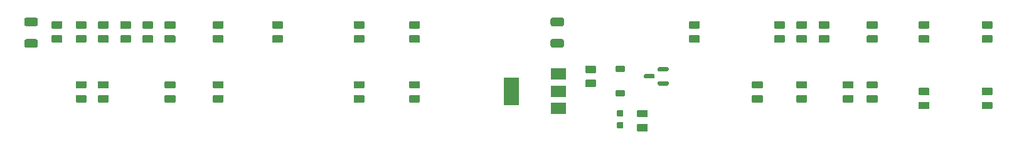
<source format=gtp>
G04 #@! TF.GenerationSoftware,KiCad,Pcbnew,7.0.11-7.0.11~ubuntu22.04.1*
G04 #@! TF.CreationDate,2024-03-13T00:30:15+00:00*
G04 #@! TF.ProjectId,uaefi-adapter-NA-90-95,75616566-692d-4616-9461-707465722d4e,rev?*
G04 #@! TF.SameCoordinates,Original*
G04 #@! TF.FileFunction,Paste,Top*
G04 #@! TF.FilePolarity,Positive*
%FSLAX46Y46*%
G04 Gerber Fmt 4.6, Leading zero omitted, Abs format (unit mm)*
G04 Created by KiCad (PCBNEW 7.0.11-7.0.11~ubuntu22.04.1) date 2024-03-13 00:30:15*
%MOMM*%
%LPD*%
G01*
G04 APERTURE LIST*
%ADD10R,2.000000X1.500000*%
%ADD11R,2.000000X3.800000*%
G04 APERTURE END LIST*
G04 #@! TO.C,R17*
G36*
G01*
X31375000Y126049999D02*
X30125000Y126049999D01*
G75*
G02*
X30025000Y126149999I0J100000D01*
G01*
X30025000Y126949999D01*
G75*
G02*
X30125000Y127049999I100000J0D01*
G01*
X31375000Y127049999D01*
G75*
G02*
X31475000Y126949999I0J-100000D01*
G01*
X31475000Y126149999D01*
G75*
G02*
X31375000Y126049999I-100000J0D01*
G01*
G37*
G36*
G01*
X31375000Y127950021D02*
X30125000Y127950021D01*
G75*
G02*
X30025000Y128050021I0J100000D01*
G01*
X30025000Y128850021D01*
G75*
G02*
X30125000Y128950021I100000J0D01*
G01*
X31375000Y128950021D01*
G75*
G02*
X31475000Y128850021I0J-100000D01*
G01*
X31475000Y128050021D01*
G75*
G02*
X31375000Y127950021I-100000J0D01*
G01*
G37*
G04 #@! TD*
G04 #@! TO.C,R15*
G36*
G01*
X25375000Y126049999D02*
X24125000Y126049999D01*
G75*
G02*
X24025000Y126149999I0J100000D01*
G01*
X24025000Y126949999D01*
G75*
G02*
X24125000Y127049999I100000J0D01*
G01*
X25375000Y127049999D01*
G75*
G02*
X25475000Y126949999I0J-100000D01*
G01*
X25475000Y126149999D01*
G75*
G02*
X25375000Y126049999I-100000J0D01*
G01*
G37*
G36*
G01*
X25375000Y127950021D02*
X24125000Y127950021D01*
G75*
G02*
X24025000Y128050021I0J100000D01*
G01*
X24025000Y128850021D01*
G75*
G02*
X24125000Y128950021I100000J0D01*
G01*
X25375000Y128950021D01*
G75*
G02*
X25475000Y128850021I0J-100000D01*
G01*
X25475000Y128050021D01*
G75*
G02*
X25375000Y127950021I-100000J0D01*
G01*
G37*
G04 #@! TD*
G04 #@! TO.C,R58*
G36*
G01*
X119625000Y126049999D02*
X118375000Y126049999D01*
G75*
G02*
X118275000Y126149999I0J100000D01*
G01*
X118275000Y126949999D01*
G75*
G02*
X118375000Y127049999I100000J0D01*
G01*
X119625000Y127049999D01*
G75*
G02*
X119725000Y126949999I0J-100000D01*
G01*
X119725000Y126149999D01*
G75*
G02*
X119625000Y126049999I-100000J0D01*
G01*
G37*
G36*
G01*
X119625000Y127950021D02*
X118375000Y127950021D01*
G75*
G02*
X118275000Y128050021I0J100000D01*
G01*
X118275000Y128850021D01*
G75*
G02*
X118375000Y128950021I100000J0D01*
G01*
X119625000Y128950021D01*
G75*
G02*
X119725000Y128850021I0J-100000D01*
G01*
X119725000Y128050021D01*
G75*
G02*
X119625000Y127950021I-100000J0D01*
G01*
G37*
G04 #@! TD*
G04 #@! TO.C,R57*
G36*
G01*
X116625000Y126049999D02*
X115375000Y126049999D01*
G75*
G02*
X115275000Y126149999I0J100000D01*
G01*
X115275000Y126949999D01*
G75*
G02*
X115375000Y127049999I100000J0D01*
G01*
X116625000Y127049999D01*
G75*
G02*
X116725000Y126949999I0J-100000D01*
G01*
X116725000Y126149999D01*
G75*
G02*
X116625000Y126049999I-100000J0D01*
G01*
G37*
G36*
G01*
X116625000Y127950021D02*
X115375000Y127950021D01*
G75*
G02*
X115275000Y128050021I0J100000D01*
G01*
X115275000Y128850021D01*
G75*
G02*
X115375000Y128950021I100000J0D01*
G01*
X116625000Y128950021D01*
G75*
G02*
X116725000Y128850021I0J-100000D01*
G01*
X116725000Y128050021D01*
G75*
G02*
X116625000Y127950021I-100000J0D01*
G01*
G37*
G04 #@! TD*
G04 #@! TO.C,R22*
G36*
G01*
X48875000Y126049999D02*
X47625000Y126049999D01*
G75*
G02*
X47525000Y126149999I0J100000D01*
G01*
X47525000Y126949999D01*
G75*
G02*
X47625000Y127049999I100000J0D01*
G01*
X48875000Y127049999D01*
G75*
G02*
X48975000Y126949999I0J-100000D01*
G01*
X48975000Y126149999D01*
G75*
G02*
X48875000Y126049999I-100000J0D01*
G01*
G37*
G36*
G01*
X48875000Y127950021D02*
X47625000Y127950021D01*
G75*
G02*
X47525000Y128050021I0J100000D01*
G01*
X47525000Y128850021D01*
G75*
G02*
X47625000Y128950021I100000J0D01*
G01*
X48875000Y128950021D01*
G75*
G02*
X48975000Y128850021I0J-100000D01*
G01*
X48975000Y128050021D01*
G75*
G02*
X48875000Y127950021I-100000J0D01*
G01*
G37*
G04 #@! TD*
G04 #@! TO.C,R46*
G36*
G01*
X125875000Y117954999D02*
X124625000Y117954999D01*
G75*
G02*
X124525000Y118054999I0J100000D01*
G01*
X124525000Y118854999D01*
G75*
G02*
X124625000Y118954999I100000J0D01*
G01*
X125875000Y118954999D01*
G75*
G02*
X125975000Y118854999I0J-100000D01*
G01*
X125975000Y118054999D01*
G75*
G02*
X125875000Y117954999I-100000J0D01*
G01*
G37*
G36*
G01*
X125875000Y119855021D02*
X124625000Y119855021D01*
G75*
G02*
X124525000Y119955021I0J100000D01*
G01*
X124525000Y120755021D01*
G75*
G02*
X124625000Y120855021I100000J0D01*
G01*
X125875000Y120855021D01*
G75*
G02*
X125975000Y120755021I0J-100000D01*
G01*
X125975000Y119955021D01*
G75*
G02*
X125875000Y119855021I-100000J0D01*
G01*
G37*
G04 #@! TD*
G04 #@! TO.C,R9*
G36*
G01*
X40875000Y117954999D02*
X39625000Y117954999D01*
G75*
G02*
X39525000Y118054999I0J100000D01*
G01*
X39525000Y118854999D01*
G75*
G02*
X39625000Y118954999I100000J0D01*
G01*
X40875000Y118954999D01*
G75*
G02*
X40975000Y118854999I0J-100000D01*
G01*
X40975000Y118054999D01*
G75*
G02*
X40875000Y117954999I-100000J0D01*
G01*
G37*
G36*
G01*
X40875000Y119855021D02*
X39625000Y119855021D01*
G75*
G02*
X39525000Y119955021I0J100000D01*
G01*
X39525000Y120755021D01*
G75*
G02*
X39625000Y120855021I100000J0D01*
G01*
X40875000Y120855021D01*
G75*
G02*
X40975000Y120755021I0J-100000D01*
G01*
X40975000Y119955021D01*
G75*
G02*
X40875000Y119855021I-100000J0D01*
G01*
G37*
G04 #@! TD*
G04 #@! TO.C,R49_51*
G36*
G01*
X136125000Y117049999D02*
X134875000Y117049999D01*
G75*
G02*
X134775000Y117149999I0J100000D01*
G01*
X134775000Y117949999D01*
G75*
G02*
X134875000Y118049999I100000J0D01*
G01*
X136125000Y118049999D01*
G75*
G02*
X136225000Y117949999I0J-100000D01*
G01*
X136225000Y117149999D01*
G75*
G02*
X136125000Y117049999I-100000J0D01*
G01*
G37*
G36*
G01*
X136125000Y118950021D02*
X134875000Y118950021D01*
G75*
G02*
X134775000Y119050021I0J100000D01*
G01*
X134775000Y119850021D01*
G75*
G02*
X134875000Y119950021I100000J0D01*
G01*
X136125000Y119950021D01*
G75*
G02*
X136225000Y119850021I0J-100000D01*
G01*
X136225000Y119050021D01*
G75*
G02*
X136125000Y118950021I-100000J0D01*
G01*
G37*
G04 #@! TD*
G04 #@! TO.C,R3*
G36*
G01*
X22375000Y117954999D02*
X21125000Y117954999D01*
G75*
G02*
X21025000Y118054999I0J100000D01*
G01*
X21025000Y118854999D01*
G75*
G02*
X21125000Y118954999I100000J0D01*
G01*
X22375000Y118954999D01*
G75*
G02*
X22475000Y118854999I0J-100000D01*
G01*
X22475000Y118054999D01*
G75*
G02*
X22375000Y117954999I-100000J0D01*
G01*
G37*
G36*
G01*
X22375000Y119855021D02*
X21125000Y119855021D01*
G75*
G02*
X21025000Y119955021I0J100000D01*
G01*
X21025000Y120755021D01*
G75*
G02*
X21125000Y120855021I100000J0D01*
G01*
X22375000Y120855021D01*
G75*
G02*
X22475000Y120755021I0J-100000D01*
G01*
X22475000Y119955021D01*
G75*
G02*
X22375000Y119855021I-100000J0D01*
G01*
G37*
G04 #@! TD*
G04 #@! TO.C,R18*
G36*
G01*
X34375000Y126049999D02*
X33125000Y126049999D01*
G75*
G02*
X33025000Y126149999I0J100000D01*
G01*
X33025000Y126949999D01*
G75*
G02*
X33125000Y127049999I100000J0D01*
G01*
X34375000Y127049999D01*
G75*
G02*
X34475000Y126949999I0J-100000D01*
G01*
X34475000Y126149999D01*
G75*
G02*
X34375000Y126049999I-100000J0D01*
G01*
G37*
G36*
G01*
X34375000Y127950021D02*
X33125000Y127950021D01*
G75*
G02*
X33025000Y128050021I0J100000D01*
G01*
X33025000Y128850021D01*
G75*
G02*
X33125000Y128950021I100000J0D01*
G01*
X34375000Y128950021D01*
G75*
G02*
X34475000Y128850021I0J-100000D01*
G01*
X34475000Y128050021D01*
G75*
G02*
X34375000Y127950021I-100000J0D01*
G01*
G37*
G04 #@! TD*
G04 #@! TO.C,R20*
G36*
G01*
X40875000Y126049999D02*
X39625000Y126049999D01*
G75*
G02*
X39525000Y126149999I0J100000D01*
G01*
X39525000Y126949999D01*
G75*
G02*
X39625000Y127049999I100000J0D01*
G01*
X40875000Y127049999D01*
G75*
G02*
X40975000Y126949999I0J-100000D01*
G01*
X40975000Y126149999D01*
G75*
G02*
X40875000Y126049999I-100000J0D01*
G01*
G37*
G36*
G01*
X40875000Y127950021D02*
X39625000Y127950021D01*
G75*
G02*
X39525000Y128050021I0J100000D01*
G01*
X39525000Y128850021D01*
G75*
G02*
X39625000Y128950021I100000J0D01*
G01*
X40875000Y128950021D01*
G75*
G02*
X40975000Y128850021I0J-100000D01*
G01*
X40975000Y128050021D01*
G75*
G02*
X40875000Y127950021I-100000J0D01*
G01*
G37*
G04 #@! TD*
G04 #@! TO.C,D1*
G36*
G01*
X93990000Y122950000D02*
X95010000Y122950000D01*
G75*
G02*
X95100000Y122860000I0J-90000D01*
G01*
X95100000Y122140000D01*
G75*
G02*
X95010000Y122050000I-90000J0D01*
G01*
X93990000Y122050000D01*
G75*
G02*
X93900000Y122140000I0J90000D01*
G01*
X93900000Y122860000D01*
G75*
G02*
X93990000Y122950000I90000J0D01*
G01*
G37*
G36*
G01*
X93990000Y119650000D02*
X95010000Y119650000D01*
G75*
G02*
X95100000Y119560000I0J-90000D01*
G01*
X95100000Y118840000D01*
G75*
G02*
X95010000Y118750000I-90000J0D01*
G01*
X93990000Y118750000D01*
G75*
G02*
X93900000Y118840000I0J90000D01*
G01*
X93900000Y119560000D01*
G75*
G02*
X93990000Y119650000I90000J0D01*
G01*
G37*
G04 #@! TD*
G04 #@! TO.C,R46_61*
G36*
G01*
X122625000Y126049999D02*
X121375000Y126049999D01*
G75*
G02*
X121275000Y126149999I0J100000D01*
G01*
X121275000Y126949999D01*
G75*
G02*
X121375000Y127049999I100000J0D01*
G01*
X122625000Y127049999D01*
G75*
G02*
X122725000Y126949999I0J-100000D01*
G01*
X122725000Y126149999D01*
G75*
G02*
X122625000Y126049999I-100000J0D01*
G01*
G37*
G36*
G01*
X122625000Y127950021D02*
X121375000Y127950021D01*
G75*
G02*
X121275000Y128050021I0J100000D01*
G01*
X121275000Y128850021D01*
G75*
G02*
X121375000Y128950021I100000J0D01*
G01*
X122625000Y128950021D01*
G75*
G02*
X122725000Y128850021I0J-100000D01*
G01*
X122725000Y128050021D01*
G75*
G02*
X122625000Y127950021I-100000J0D01*
G01*
G37*
G04 #@! TD*
G04 #@! TO.C,R45*
G36*
G01*
X119625000Y117954999D02*
X118375000Y117954999D01*
G75*
G02*
X118275000Y118054999I0J100000D01*
G01*
X118275000Y118854999D01*
G75*
G02*
X118375000Y118954999I100000J0D01*
G01*
X119625000Y118954999D01*
G75*
G02*
X119725000Y118854999I0J-100000D01*
G01*
X119725000Y118054999D01*
G75*
G02*
X119625000Y117954999I-100000J0D01*
G01*
G37*
G36*
G01*
X119625000Y119855021D02*
X118375000Y119855021D01*
G75*
G02*
X118275000Y119955021I0J100000D01*
G01*
X118275000Y120755021D01*
G75*
G02*
X118375000Y120855021I100000J0D01*
G01*
X119625000Y120855021D01*
G75*
G02*
X119725000Y120755021I0J-100000D01*
G01*
X119725000Y119955021D01*
G75*
G02*
X119625000Y119855021I-100000J0D01*
G01*
G37*
G04 #@! TD*
G04 #@! TO.C,R51*
G36*
G01*
X144625000Y117049999D02*
X143375000Y117049999D01*
G75*
G02*
X143275000Y117149999I0J100000D01*
G01*
X143275000Y117949999D01*
G75*
G02*
X143375000Y118049999I100000J0D01*
G01*
X144625000Y118049999D01*
G75*
G02*
X144725000Y117949999I0J-100000D01*
G01*
X144725000Y117149999D01*
G75*
G02*
X144625000Y117049999I-100000J0D01*
G01*
G37*
G36*
G01*
X144625000Y118950021D02*
X143375000Y118950021D01*
G75*
G02*
X143275000Y119050021I0J100000D01*
G01*
X143275000Y119850021D01*
G75*
G02*
X143375000Y119950021I100000J0D01*
G01*
X144625000Y119950021D01*
G75*
G02*
X144725000Y119850021I0J-100000D01*
G01*
X144725000Y119050021D01*
G75*
G02*
X144625000Y118950021I-100000J0D01*
G01*
G37*
G04 #@! TD*
G04 #@! TO.C,R43*
G36*
G01*
X113625000Y117954999D02*
X112375000Y117954999D01*
G75*
G02*
X112275000Y118054999I0J100000D01*
G01*
X112275000Y118854999D01*
G75*
G02*
X112375000Y118954999I100000J0D01*
G01*
X113625000Y118954999D01*
G75*
G02*
X113725000Y118854999I0J-100000D01*
G01*
X113725000Y118054999D01*
G75*
G02*
X113625000Y117954999I-100000J0D01*
G01*
G37*
G36*
G01*
X113625000Y119855021D02*
X112375000Y119855021D01*
G75*
G02*
X112275000Y119955021I0J100000D01*
G01*
X112275000Y120755021D01*
G75*
G02*
X112375000Y120855021I100000J0D01*
G01*
X113625000Y120855021D01*
G75*
G02*
X113725000Y120755021I0J-100000D01*
G01*
X113725000Y119955021D01*
G75*
G02*
X113625000Y119855021I-100000J0D01*
G01*
G37*
G04 #@! TD*
G04 #@! TO.C,D2*
G36*
G01*
X101025000Y120700000D02*
X101025000Y120400000D01*
G75*
G02*
X100875000Y120250000I-150000J0D01*
G01*
X99700000Y120250000D01*
G75*
G02*
X99550000Y120400000I0J150000D01*
G01*
X99550000Y120700000D01*
G75*
G02*
X99700000Y120850000I150000J0D01*
G01*
X100875000Y120850000D01*
G75*
G02*
X101025000Y120700000I0J-150000D01*
G01*
G37*
G36*
G01*
X99150000Y121650000D02*
X99150000Y121350000D01*
G75*
G02*
X99000000Y121200000I-150000J0D01*
G01*
X97825000Y121200000D01*
G75*
G02*
X97675000Y121350000I0J150000D01*
G01*
X97675000Y121650000D01*
G75*
G02*
X97825000Y121800000I150000J0D01*
G01*
X99000000Y121800000D01*
G75*
G02*
X99150000Y121650000I0J-150000D01*
G01*
G37*
G36*
G01*
X101025000Y122600000D02*
X101025000Y122300000D01*
G75*
G02*
X100875000Y122150000I-150000J0D01*
G01*
X99700000Y122150000D01*
G75*
G02*
X99550000Y122300000I0J150000D01*
G01*
X99550000Y122600000D01*
G75*
G02*
X99700000Y122750000I150000J0D01*
G01*
X100875000Y122750000D01*
G75*
G02*
X101025000Y122600000I0J-150000D01*
G01*
G37*
G04 #@! TD*
G04 #@! TO.C,R1*
G36*
G01*
X89875000Y122950001D02*
X91125000Y122950001D01*
G75*
G02*
X91225000Y122850001I0J-100000D01*
G01*
X91225000Y122050001D01*
G75*
G02*
X91125000Y121950001I-100000J0D01*
G01*
X89875000Y121950001D01*
G75*
G02*
X89775000Y122050001I0J100000D01*
G01*
X89775000Y122850001D01*
G75*
G02*
X89875000Y122950001I100000J0D01*
G01*
G37*
G36*
G01*
X89875000Y121049979D02*
X91125000Y121049979D01*
G75*
G02*
X91225000Y120949979I0J-100000D01*
G01*
X91225000Y120149979D01*
G75*
G02*
X91125000Y120049979I-100000J0D01*
G01*
X89875000Y120049979D01*
G75*
G02*
X89775000Y120149979I0J100000D01*
G01*
X89775000Y120949979D01*
G75*
G02*
X89875000Y121049979I100000J0D01*
G01*
G37*
G04 #@! TD*
G04 #@! TO.C,R16*
G36*
G01*
X28375000Y126049999D02*
X27125000Y126049999D01*
G75*
G02*
X27025000Y126149999I0J100000D01*
G01*
X27025000Y126949999D01*
G75*
G02*
X27125000Y127049999I100000J0D01*
G01*
X28375000Y127049999D01*
G75*
G02*
X28475000Y126949999I0J-100000D01*
G01*
X28475000Y126149999D01*
G75*
G02*
X28375000Y126049999I-100000J0D01*
G01*
G37*
G36*
G01*
X28375000Y127950021D02*
X27125000Y127950021D01*
G75*
G02*
X27025000Y128050021I0J100000D01*
G01*
X27025000Y128850021D01*
G75*
G02*
X27125000Y128950021I100000J0D01*
G01*
X28375000Y128950021D01*
G75*
G02*
X28475000Y128850021I0J-100000D01*
G01*
X28475000Y128050021D01*
G75*
G02*
X28375000Y127950021I-100000J0D01*
G01*
G37*
G04 #@! TD*
G04 #@! TO.C,R48*
G36*
G01*
X129125000Y117954999D02*
X127875000Y117954999D01*
G75*
G02*
X127775000Y118054999I0J100000D01*
G01*
X127775000Y118854999D01*
G75*
G02*
X127875000Y118954999I100000J0D01*
G01*
X129125000Y118954999D01*
G75*
G02*
X129225000Y118854999I0J-100000D01*
G01*
X129225000Y118054999D01*
G75*
G02*
X129125000Y117954999I-100000J0D01*
G01*
G37*
G36*
G01*
X129125000Y119855021D02*
X127875000Y119855021D01*
G75*
G02*
X127775000Y119955021I0J100000D01*
G01*
X127775000Y120755021D01*
G75*
G02*
X127875000Y120855021I100000J0D01*
G01*
X129125000Y120855021D01*
G75*
G02*
X129225000Y120755021I0J-100000D01*
G01*
X129225000Y119955021D01*
G75*
G02*
X129125000Y119855021I-100000J0D01*
G01*
G37*
G04 #@! TD*
G04 #@! TO.C,C1*
G36*
G01*
X94840000Y114494998D02*
X94160000Y114494998D01*
G75*
G02*
X94075000Y114579998I0J85000D01*
G01*
X94075000Y115259998D01*
G75*
G02*
X94160000Y115344998I85000J0D01*
G01*
X94840000Y115344998D01*
G75*
G02*
X94925000Y115259998I0J-85000D01*
G01*
X94925000Y114579998D01*
G75*
G02*
X94840000Y114494998I-85000J0D01*
G01*
G37*
G36*
G01*
X94840000Y116075000D02*
X94160000Y116075000D01*
G75*
G02*
X94075000Y116160000I0J85000D01*
G01*
X94075000Y116840000D01*
G75*
G02*
X94160000Y116925000I85000J0D01*
G01*
X94840000Y116925000D01*
G75*
G02*
X94925000Y116840000I0J-85000D01*
G01*
X94925000Y116160000D01*
G75*
G02*
X94840000Y116075000I-85000J0D01*
G01*
G37*
G04 #@! TD*
G04 #@! TO.C,R14*
G36*
G01*
X22375000Y126049999D02*
X21125000Y126049999D01*
G75*
G02*
X21025000Y126149999I0J100000D01*
G01*
X21025000Y126949999D01*
G75*
G02*
X21125000Y127049999I100000J0D01*
G01*
X22375000Y127049999D01*
G75*
G02*
X22475000Y126949999I0J-100000D01*
G01*
X22475000Y126149999D01*
G75*
G02*
X22375000Y126049999I-100000J0D01*
G01*
G37*
G36*
G01*
X22375000Y127950021D02*
X21125000Y127950021D01*
G75*
G02*
X21025000Y128050021I0J100000D01*
G01*
X21025000Y128850021D01*
G75*
G02*
X21125000Y128950021I100000J0D01*
G01*
X22375000Y128950021D01*
G75*
G02*
X22475000Y128850021I0J-100000D01*
G01*
X22475000Y128050021D01*
G75*
G02*
X22375000Y127950021I-100000J0D01*
G01*
G37*
G04 #@! TD*
G04 #@! TO.C,R68*
G36*
G01*
X59875000Y117954999D02*
X58625000Y117954999D01*
G75*
G02*
X58525000Y118054999I0J100000D01*
G01*
X58525000Y118854999D01*
G75*
G02*
X58625000Y118954999I100000J0D01*
G01*
X59875000Y118954999D01*
G75*
G02*
X59975000Y118854999I0J-100000D01*
G01*
X59975000Y118054999D01*
G75*
G02*
X59875000Y117954999I-100000J0D01*
G01*
G37*
G36*
G01*
X59875000Y119855021D02*
X58625000Y119855021D01*
G75*
G02*
X58525000Y119955021I0J100000D01*
G01*
X58525000Y120755021D01*
G75*
G02*
X58625000Y120855021I100000J0D01*
G01*
X59875000Y120855021D01*
G75*
G02*
X59975000Y120755021I0J-100000D01*
G01*
X59975000Y119955021D01*
G75*
G02*
X59875000Y119855021I-100000J0D01*
G01*
G37*
G04 #@! TD*
G04 #@! TO.C,F12*
G36*
G01*
X14100000Y128510010D02*
X14100000Y129200010D01*
G75*
G02*
X14330000Y129430010I230000J0D01*
G01*
X15670000Y129430010D01*
G75*
G02*
X15900000Y129200010I0J-230000D01*
G01*
X15900000Y128510010D01*
G75*
G02*
X15670000Y128280010I-230000J0D01*
G01*
X14330000Y128280010D01*
G75*
G02*
X14100000Y128510010I0J230000D01*
G01*
G37*
G36*
G01*
X14100000Y125609990D02*
X14100000Y126299990D01*
G75*
G02*
X14330000Y126529990I230000J0D01*
G01*
X15670000Y126529990D01*
G75*
G02*
X15900000Y126299990I0J-230000D01*
G01*
X15900000Y125609990D01*
G75*
G02*
X15670000Y125379990I-230000J0D01*
G01*
X14330000Y125379990D01*
G75*
G02*
X14100000Y125609990I0J230000D01*
G01*
G37*
G04 #@! TD*
G04 #@! TO.C,R4*
G36*
G01*
X25375000Y117954999D02*
X24125000Y117954999D01*
G75*
G02*
X24025000Y118054999I0J100000D01*
G01*
X24025000Y118854999D01*
G75*
G02*
X24125000Y118954999I100000J0D01*
G01*
X25375000Y118954999D01*
G75*
G02*
X25475000Y118854999I0J-100000D01*
G01*
X25475000Y118054999D01*
G75*
G02*
X25375000Y117954999I-100000J0D01*
G01*
G37*
G36*
G01*
X25375000Y119855021D02*
X24125000Y119855021D01*
G75*
G02*
X24025000Y119955021I0J100000D01*
G01*
X24025000Y120755021D01*
G75*
G02*
X24125000Y120855021I100000J0D01*
G01*
X25375000Y120855021D01*
G75*
G02*
X25475000Y120755021I0J-100000D01*
G01*
X25475000Y119955021D01*
G75*
G02*
X25375000Y119855021I-100000J0D01*
G01*
G37*
G04 #@! TD*
G04 #@! TO.C,R74*
G36*
G01*
X59875000Y126049999D02*
X58625000Y126049999D01*
G75*
G02*
X58525000Y126149999I0J100000D01*
G01*
X58525000Y126949999D01*
G75*
G02*
X58625000Y127049999I100000J0D01*
G01*
X59875000Y127049999D01*
G75*
G02*
X59975000Y126949999I0J-100000D01*
G01*
X59975000Y126149999D01*
G75*
G02*
X59875000Y126049999I-100000J0D01*
G01*
G37*
G36*
G01*
X59875000Y127950021D02*
X58625000Y127950021D01*
G75*
G02*
X58525000Y128050021I0J100000D01*
G01*
X58525000Y128850021D01*
G75*
G02*
X58625000Y128950021I100000J0D01*
G01*
X59875000Y128950021D01*
G75*
G02*
X59975000Y128850021I0J-100000D01*
G01*
X59975000Y128050021D01*
G75*
G02*
X59875000Y127950021I-100000J0D01*
G01*
G37*
G04 #@! TD*
G04 #@! TO.C,R7*
G36*
G01*
X34375000Y117954999D02*
X33125000Y117954999D01*
G75*
G02*
X33025000Y118054999I0J100000D01*
G01*
X33025000Y118854999D01*
G75*
G02*
X33125000Y118954999I100000J0D01*
G01*
X34375000Y118954999D01*
G75*
G02*
X34475000Y118854999I0J-100000D01*
G01*
X34475000Y118054999D01*
G75*
G02*
X34375000Y117954999I-100000J0D01*
G01*
G37*
G36*
G01*
X34375000Y119855021D02*
X33125000Y119855021D01*
G75*
G02*
X33025000Y119955021I0J100000D01*
G01*
X33025000Y120755021D01*
G75*
G02*
X33125000Y120855021I100000J0D01*
G01*
X34375000Y120855021D01*
G75*
G02*
X34475000Y120755021I0J-100000D01*
G01*
X34475000Y119955021D01*
G75*
G02*
X34375000Y119855021I-100000J0D01*
G01*
G37*
G04 #@! TD*
G04 #@! TO.C,R62_64*
G36*
G01*
X136125000Y126049999D02*
X134875000Y126049999D01*
G75*
G02*
X134775000Y126149999I0J100000D01*
G01*
X134775000Y126949999D01*
G75*
G02*
X134875000Y127049999I100000J0D01*
G01*
X136125000Y127049999D01*
G75*
G02*
X136225000Y126949999I0J-100000D01*
G01*
X136225000Y126149999D01*
G75*
G02*
X136125000Y126049999I-100000J0D01*
G01*
G37*
G36*
G01*
X136125000Y127950021D02*
X134875000Y127950021D01*
G75*
G02*
X134775000Y128050021I0J100000D01*
G01*
X134775000Y128850021D01*
G75*
G02*
X134875000Y128950021I100000J0D01*
G01*
X136125000Y128950021D01*
G75*
G02*
X136225000Y128850021I0J-100000D01*
G01*
X136225000Y128050021D01*
G75*
G02*
X136125000Y127950021I-100000J0D01*
G01*
G37*
G04 #@! TD*
G04 #@! TO.C,R13*
G36*
G01*
X19125000Y126049999D02*
X17875000Y126049999D01*
G75*
G02*
X17775000Y126149999I0J100000D01*
G01*
X17775000Y126949999D01*
G75*
G02*
X17875000Y127049999I100000J0D01*
G01*
X19125000Y127049999D01*
G75*
G02*
X19225000Y126949999I0J-100000D01*
G01*
X19225000Y126149999D01*
G75*
G02*
X19125000Y126049999I-100000J0D01*
G01*
G37*
G36*
G01*
X19125000Y127950021D02*
X17875000Y127950021D01*
G75*
G02*
X17775000Y128050021I0J100000D01*
G01*
X17775000Y128850021D01*
G75*
G02*
X17875000Y128950021I100000J0D01*
G01*
X19125000Y128950021D01*
G75*
G02*
X19225000Y128850021I0J-100000D01*
G01*
X19225000Y128050021D01*
G75*
G02*
X19125000Y127950021I-100000J0D01*
G01*
G37*
G04 #@! TD*
D10*
G04 #@! TO.C,Q1*
X86150000Y117200000D03*
X86150000Y119500000D03*
X86150000Y121800000D03*
D11*
X79850000Y119500000D03*
G04 #@! TD*
G04 #@! TO.C,R69*
G36*
G01*
X67375000Y117954999D02*
X66125000Y117954999D01*
G75*
G02*
X66025000Y118054999I0J100000D01*
G01*
X66025000Y118854999D01*
G75*
G02*
X66125000Y118954999I100000J0D01*
G01*
X67375000Y118954999D01*
G75*
G02*
X67475000Y118854999I0J-100000D01*
G01*
X67475000Y118054999D01*
G75*
G02*
X67375000Y117954999I-100000J0D01*
G01*
G37*
G36*
G01*
X67375000Y119855021D02*
X66125000Y119855021D01*
G75*
G02*
X66025000Y119955021I0J100000D01*
G01*
X66025000Y120755021D01*
G75*
G02*
X66125000Y120855021I100000J0D01*
G01*
X67375000Y120855021D01*
G75*
G02*
X67475000Y120755021I0J-100000D01*
G01*
X67475000Y119955021D01*
G75*
G02*
X67375000Y119855021I-100000J0D01*
G01*
G37*
G04 #@! TD*
G04 #@! TO.C,R61*
G36*
G01*
X129125000Y126049999D02*
X127875000Y126049999D01*
G75*
G02*
X127775000Y126149999I0J100000D01*
G01*
X127775000Y126949999D01*
G75*
G02*
X127875000Y127049999I100000J0D01*
G01*
X129125000Y127049999D01*
G75*
G02*
X129225000Y126949999I0J-100000D01*
G01*
X129225000Y126149999D01*
G75*
G02*
X129125000Y126049999I-100000J0D01*
G01*
G37*
G36*
G01*
X129125000Y127950021D02*
X127875000Y127950021D01*
G75*
G02*
X127775000Y128050021I0J100000D01*
G01*
X127775000Y128850021D01*
G75*
G02*
X127875000Y128950021I100000J0D01*
G01*
X129125000Y128950021D01*
G75*
G02*
X129225000Y128850021I0J-100000D01*
G01*
X129225000Y128050021D01*
G75*
G02*
X129125000Y127950021I-100000J0D01*
G01*
G37*
G04 #@! TD*
G04 #@! TO.C,R54*
G36*
G01*
X105125000Y126049999D02*
X103875000Y126049999D01*
G75*
G02*
X103775000Y126149999I0J100000D01*
G01*
X103775000Y126949999D01*
G75*
G02*
X103875000Y127049999I100000J0D01*
G01*
X105125000Y127049999D01*
G75*
G02*
X105225000Y126949999I0J-100000D01*
G01*
X105225000Y126149999D01*
G75*
G02*
X105125000Y126049999I-100000J0D01*
G01*
G37*
G36*
G01*
X105125000Y127950021D02*
X103875000Y127950021D01*
G75*
G02*
X103775000Y128050021I0J100000D01*
G01*
X103775000Y128850021D01*
G75*
G02*
X103875000Y128950021I100000J0D01*
G01*
X105125000Y128950021D01*
G75*
G02*
X105225000Y128850021I0J-100000D01*
G01*
X105225000Y128050021D01*
G75*
G02*
X105125000Y127950021I-100000J0D01*
G01*
G37*
G04 #@! TD*
G04 #@! TO.C,R25*
G36*
G01*
X96875000Y116950001D02*
X98125000Y116950001D01*
G75*
G02*
X98225000Y116850001I0J-100000D01*
G01*
X98225000Y116050001D01*
G75*
G02*
X98125000Y115950001I-100000J0D01*
G01*
X96875000Y115950001D01*
G75*
G02*
X96775000Y116050001I0J100000D01*
G01*
X96775000Y116850001D01*
G75*
G02*
X96875000Y116950001I100000J0D01*
G01*
G37*
G36*
G01*
X96875000Y115049979D02*
X98125000Y115049979D01*
G75*
G02*
X98225000Y114949979I0J-100000D01*
G01*
X98225000Y114149979D01*
G75*
G02*
X98125000Y114049979I-100000J0D01*
G01*
X96875000Y114049979D01*
G75*
G02*
X96775000Y114149979I0J100000D01*
G01*
X96775000Y114949979D01*
G75*
G02*
X96875000Y115049979I100000J0D01*
G01*
G37*
G04 #@! TD*
G04 #@! TO.C,R64*
G36*
G01*
X144625000Y126049999D02*
X143375000Y126049999D01*
G75*
G02*
X143275000Y126149999I0J100000D01*
G01*
X143275000Y126949999D01*
G75*
G02*
X143375000Y127049999I100000J0D01*
G01*
X144625000Y127049999D01*
G75*
G02*
X144725000Y126949999I0J-100000D01*
G01*
X144725000Y126149999D01*
G75*
G02*
X144625000Y126049999I-100000J0D01*
G01*
G37*
G36*
G01*
X144625000Y127950021D02*
X143375000Y127950021D01*
G75*
G02*
X143275000Y128050021I0J100000D01*
G01*
X143275000Y128850021D01*
G75*
G02*
X143375000Y128950021I100000J0D01*
G01*
X144625000Y128950021D01*
G75*
G02*
X144725000Y128850021I0J-100000D01*
G01*
X144725000Y128050021D01*
G75*
G02*
X144625000Y127950021I-100000J0D01*
G01*
G37*
G04 #@! TD*
G04 #@! TO.C,R75*
G36*
G01*
X67375000Y126049999D02*
X66125000Y126049999D01*
G75*
G02*
X66025000Y126149999I0J100000D01*
G01*
X66025000Y126949999D01*
G75*
G02*
X66125000Y127049999I100000J0D01*
G01*
X67375000Y127049999D01*
G75*
G02*
X67475000Y126949999I0J-100000D01*
G01*
X67475000Y126149999D01*
G75*
G02*
X67375000Y126049999I-100000J0D01*
G01*
G37*
G36*
G01*
X67375000Y127950021D02*
X66125000Y127950021D01*
G75*
G02*
X66025000Y128050021I0J100000D01*
G01*
X66025000Y128850021D01*
G75*
G02*
X66125000Y128950021I100000J0D01*
G01*
X67375000Y128950021D01*
G75*
G02*
X67475000Y128850021I0J-100000D01*
G01*
X67475000Y128050021D01*
G75*
G02*
X67375000Y127950021I-100000J0D01*
G01*
G37*
G04 #@! TD*
G04 #@! TO.C,F32*
G36*
G01*
X85100000Y128510010D02*
X85100000Y129200010D01*
G75*
G02*
X85330000Y129430010I230000J0D01*
G01*
X86670000Y129430010D01*
G75*
G02*
X86900000Y129200010I0J-230000D01*
G01*
X86900000Y128510010D01*
G75*
G02*
X86670000Y128280010I-230000J0D01*
G01*
X85330000Y128280010D01*
G75*
G02*
X85100000Y128510010I0J230000D01*
G01*
G37*
G36*
G01*
X85100000Y125609990D02*
X85100000Y126299990D01*
G75*
G02*
X85330000Y126529990I230000J0D01*
G01*
X86670000Y126529990D01*
G75*
G02*
X86900000Y126299990I0J-230000D01*
G01*
X86900000Y125609990D01*
G75*
G02*
X86670000Y125379990I-230000J0D01*
G01*
X85330000Y125379990D01*
G75*
G02*
X85100000Y125609990I0J230000D01*
G01*
G37*
G04 #@! TD*
M02*

</source>
